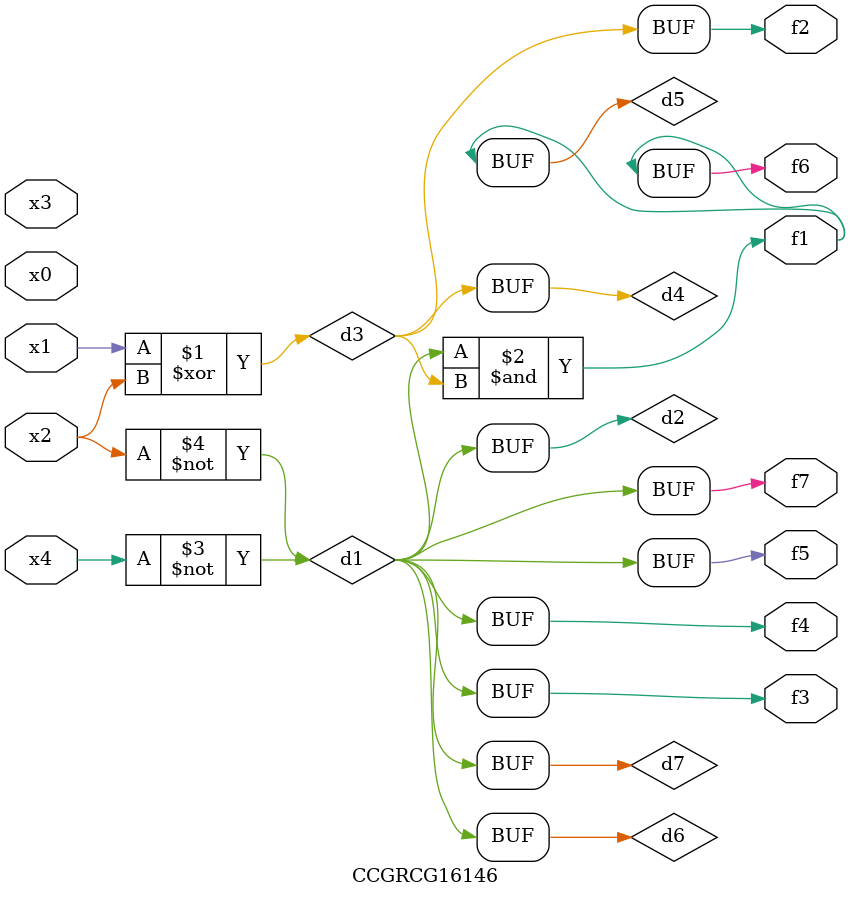
<source format=v>
module CCGRCG16146(
	input x0, x1, x2, x3, x4,
	output f1, f2, f3, f4, f5, f6, f7
);

	wire d1, d2, d3, d4, d5, d6, d7;

	not (d1, x4);
	not (d2, x2);
	xor (d3, x1, x2);
	buf (d4, d3);
	and (d5, d1, d3);
	buf (d6, d1, d2);
	buf (d7, d2);
	assign f1 = d5;
	assign f2 = d4;
	assign f3 = d7;
	assign f4 = d7;
	assign f5 = d7;
	assign f6 = d5;
	assign f7 = d7;
endmodule

</source>
